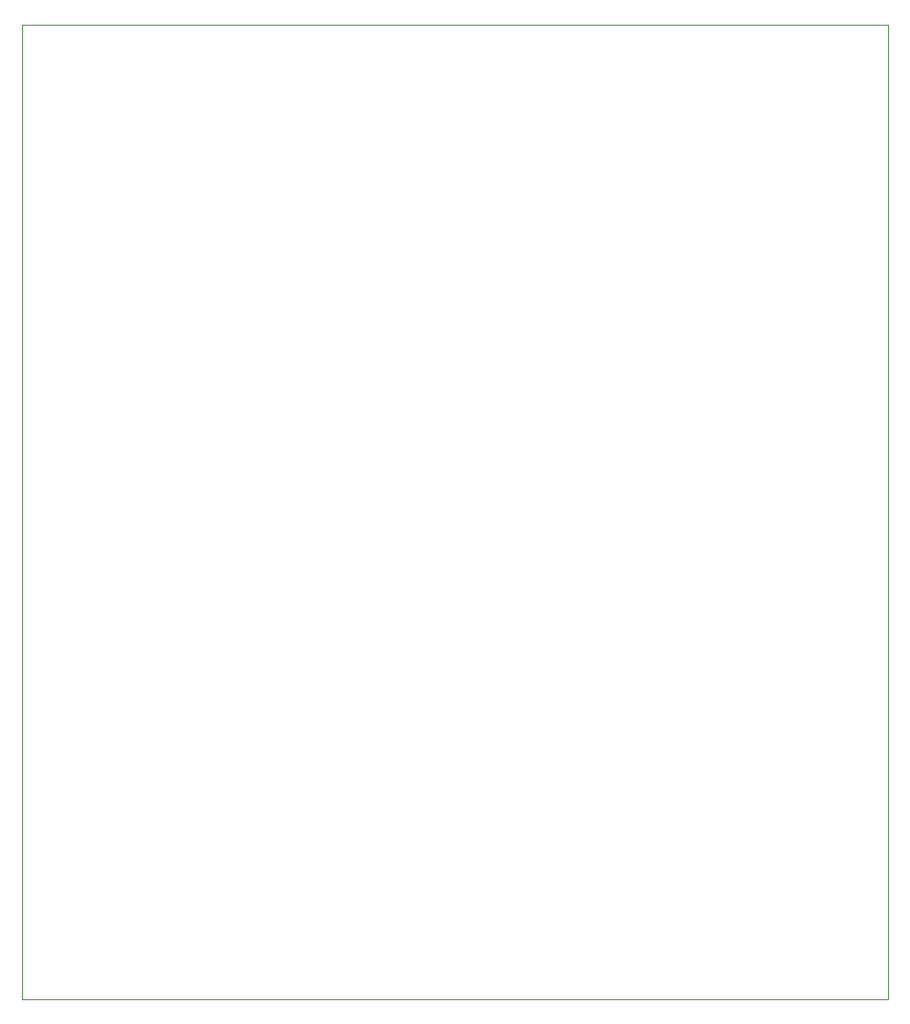
<source format=gm1>
G04 #@! TF.GenerationSoftware,KiCad,Pcbnew,(5.1.6)-1*
G04 #@! TF.CreationDate,2021-04-15T23:42:56+02:00*
G04 #@! TF.ProjectId,ThreePhaseInverter,54687265-6550-4686-9173-65496e766572,rev?*
G04 #@! TF.SameCoordinates,Original*
G04 #@! TF.FileFunction,Profile,NP*
%FSLAX46Y46*%
G04 Gerber Fmt 4.6, Leading zero omitted, Abs format (unit mm)*
G04 Created by KiCad (PCBNEW (5.1.6)-1) date 2021-04-15 23:42:56*
%MOMM*%
%LPD*%
G01*
G04 APERTURE LIST*
G04 #@! TA.AperFunction,Profile*
%ADD10C,0.050000*%
G04 #@! TD*
G04 APERTURE END LIST*
D10*
X50000000Y-150000000D02*
X50000000Y-60000000D01*
X130000000Y-150000000D02*
X50000000Y-150000000D01*
X130000000Y-60000000D02*
X130000000Y-150000000D01*
X50000000Y-60000000D02*
X130000000Y-60000000D01*
M02*

</source>
